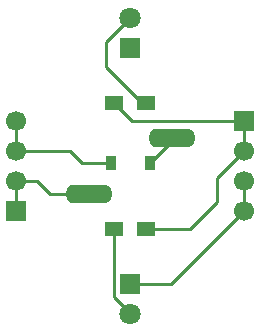
<source format=gbr>
%TF.GenerationSoftware,KiCad,Pcbnew,(5.1.10)-1*%
%TF.CreationDate,2021-07-06T18:58:15-04:00*%
%TF.ProjectId,button_mount,62757474-6f6e-45f6-9d6f-756e742e6b69,rev?*%
%TF.SameCoordinates,Original*%
%TF.FileFunction,Copper,L2,Bot*%
%TF.FilePolarity,Positive*%
%FSLAX46Y46*%
G04 Gerber Fmt 4.6, Leading zero omitted, Abs format (unit mm)*
G04 Created by KiCad (PCBNEW (5.1.10)-1) date 2021-07-06 18:58:15*
%MOMM*%
%LPD*%
G01*
G04 APERTURE LIST*
%TA.AperFunction,ComponentPad*%
%ADD10C,1.700000*%
%TD*%
%TA.AperFunction,ComponentPad*%
%ADD11R,1.700000X1.700000*%
%TD*%
%TA.AperFunction,ComponentPad*%
%ADD12O,4.000000X1.600000*%
%TD*%
%TA.AperFunction,SMDPad,CuDef*%
%ADD13R,1.500000X1.300000*%
%TD*%
%TA.AperFunction,ComponentPad*%
%ADD14R,1.800000X1.800000*%
%TD*%
%TA.AperFunction,ComponentPad*%
%ADD15C,1.800000*%
%TD*%
%TA.AperFunction,SMDPad,CuDef*%
%ADD16R,0.900000X1.200000*%
%TD*%
%TA.AperFunction,Conductor*%
%ADD17C,0.250000*%
%TD*%
G04 APERTURE END LIST*
D10*
%TO.P,J2,4*%
%TO.N,/LED_K*%
X127508000Y-92710000D03*
%TO.P,J2,3*%
X127508000Y-90170000D03*
D11*
%TO.P,J2,1*%
%TO.N,/LED_A*%
X127508000Y-85090000D03*
D10*
%TO.P,J2,2*%
X127508000Y-87630000D03*
%TD*%
%TO.P,J1,4*%
%TO.N,/COL_OUT*%
X108204000Y-85090000D03*
%TO.P,J1,3*%
X108204000Y-87630000D03*
D11*
%TO.P,J1,1*%
%TO.N,/ROW_IN*%
X108204000Y-92710000D03*
D10*
%TO.P,J1,2*%
X108204000Y-90170000D03*
%TD*%
D12*
%TO.P,SW1,2*%
%TO.N,/ROW_IN*%
X114356000Y-91281250D03*
%TO.P,SW1,1*%
%TO.N,Net-(D1-Pad2)*%
X121356000Y-86518750D03*
%TD*%
D13*
%TO.P,R2,1*%
%TO.N,/LED_A*%
X119206000Y-94234000D03*
%TO.P,R2,2*%
%TO.N,Net-(D3-Pad2)*%
X116506000Y-94234000D03*
%TD*%
%TO.P,R1,1*%
%TO.N,/LED_A*%
X116506000Y-83566000D03*
%TO.P,R1,2*%
%TO.N,Net-(D2-Pad2)*%
X119206000Y-83566000D03*
%TD*%
D14*
%TO.P,D3,1*%
%TO.N,/LED_K*%
X117856000Y-98907600D03*
D15*
%TO.P,D3,2*%
%TO.N,Net-(D3-Pad2)*%
X117856000Y-101447600D03*
%TD*%
D14*
%TO.P,D2,1*%
%TO.N,/LED_K*%
X117856000Y-78892400D03*
D15*
%TO.P,D2,2*%
%TO.N,Net-(D2-Pad2)*%
X117856000Y-76352400D03*
%TD*%
D16*
%TO.P,D1,1*%
%TO.N,/COL_OUT*%
X116206000Y-88646000D03*
%TO.P,D1,2*%
%TO.N,Net-(D1-Pad2)*%
X119506000Y-88646000D03*
%TD*%
D17*
%TO.N,/COL_OUT*%
X108204000Y-87630000D02*
X108204000Y-85090000D01*
X113792000Y-88646000D02*
X116206000Y-88646000D01*
X108204000Y-87630000D02*
X112776000Y-87630000D01*
X112776000Y-87630000D02*
X113792000Y-88646000D01*
%TO.N,Net-(D1-Pad2)*%
X121356000Y-86796000D02*
X119506000Y-88646000D01*
X121356000Y-86518750D02*
X121356000Y-86796000D01*
%TO.N,/LED_K*%
X127508000Y-90170000D02*
X127508000Y-92710000D01*
X121310400Y-98907600D02*
X127508000Y-92710000D01*
X117856000Y-98907600D02*
X121310400Y-98907600D01*
%TO.N,Net-(D2-Pad2)*%
X115824000Y-78384400D02*
X117856000Y-76352400D01*
X115824000Y-80518000D02*
X115824000Y-78384400D01*
X118872000Y-83566000D02*
X115824000Y-80518000D01*
X119206000Y-83566000D02*
X118872000Y-83566000D01*
%TO.N,Net-(D3-Pad2)*%
X117856000Y-101292602D02*
X117856000Y-101447600D01*
X116506000Y-99942602D02*
X117856000Y-101292602D01*
X116506000Y-94234000D02*
X116506000Y-99942602D01*
%TO.N,/ROW_IN*%
X108204000Y-90170000D02*
X108204000Y-92710000D01*
X114356000Y-91281250D02*
X111093250Y-91281250D01*
X109982000Y-90170000D02*
X108204000Y-90170000D01*
X111093250Y-91281250D02*
X109982000Y-90170000D01*
%TO.N,/LED_A*%
X116506000Y-83566000D02*
X118030000Y-85090000D01*
X118030000Y-85090000D02*
X125984000Y-85090000D01*
X121666000Y-94234000D02*
X121920000Y-94234000D01*
X119206000Y-94234000D02*
X121666000Y-94234000D01*
X125984000Y-85090000D02*
X127508000Y-85090000D01*
X127508000Y-85090000D02*
X127508000Y-87630000D01*
X125222000Y-89916000D02*
X127508000Y-87630000D01*
X125222000Y-91948000D02*
X125222000Y-89916000D01*
X122936000Y-94234000D02*
X125222000Y-91948000D01*
X121666000Y-94234000D02*
X122936000Y-94234000D01*
%TD*%
M02*

</source>
